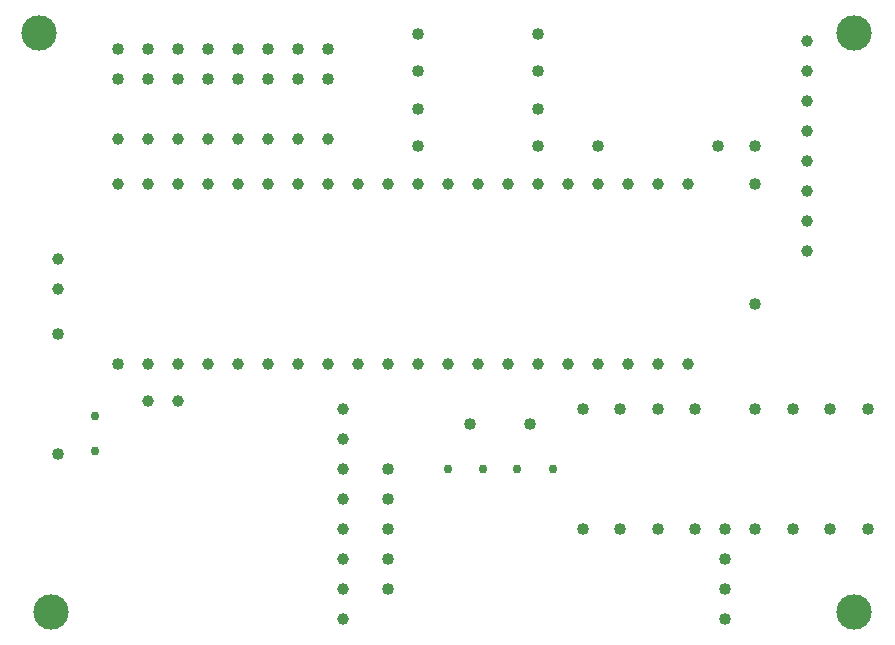
<source format=gbr>
G04 PROTEUS GERBER X2 FILE*
%TF.GenerationSoftware,Labcenter,Proteus,8.15-SP1-Build34318*%
%TF.CreationDate,2023-05-02T07:01:26+00:00*%
%TF.FileFunction,Plated,0,2,PTH*%
%TF.FilePolarity,Positive*%
%TF.Part,Single*%
%TF.SameCoordinates,{219bb86b-492c-4ab0-8d1f-870129ed5977}*%
%FSLAX45Y45*%
%MOMM*%
G01*
%TA.AperFunction,ComponentDrill*%
%ADD20C,1.000000*%
%ADD21C,0.762000*%
%ADD22C,1.016000*%
%TA.AperFunction,OtherDrill,Unknown*%
%ADD23C,1.016000*%
%ADD24C,3.000000*%
%TD.AperFunction*%
D20*
X-2159000Y-1052500D03*
X-1905000Y-1052500D03*
D21*
X+381000Y-1624000D03*
X+681000Y-1624000D03*
X+1270000Y-1624000D03*
X+970000Y-1624000D03*
X-2603500Y-1479500D03*
X-2603500Y-1179500D03*
D20*
X-2921000Y-100000D03*
X-2921000Y+154000D03*
D22*
X-2921000Y-1497000D03*
X-2921000Y-481000D03*
D20*
X-635000Y+1170000D03*
X-889000Y+1170000D03*
X-1143000Y+1170000D03*
X-1397000Y+1170000D03*
X-1651000Y+1170000D03*
X-1905000Y+1170000D03*
X-2159000Y+1170000D03*
X-2413000Y+1170000D03*
D22*
X-2413000Y-735000D03*
D20*
X-2159000Y-735000D03*
X-1905000Y-735000D03*
X-1651000Y-735000D03*
X-1397000Y-735000D03*
X-1143000Y-735000D03*
X-889000Y-735000D03*
X-635000Y-735000D03*
X-381000Y-735000D03*
X-127000Y-735000D03*
X+127000Y-735000D03*
X+381000Y-735000D03*
X+635000Y-735000D03*
X+889000Y-735000D03*
X+1143000Y-735000D03*
X+1397000Y-735000D03*
X+1651000Y-735000D03*
X+1905000Y-735000D03*
X+2159000Y-735000D03*
X+2413000Y-735000D03*
X+2413000Y+789000D03*
X+2159000Y+789000D03*
X+1905000Y+789000D03*
X+1651000Y+789000D03*
X+1397000Y+789000D03*
X+1143000Y+789000D03*
X+889000Y+789000D03*
X+635000Y+789000D03*
X+381000Y+789000D03*
X+127000Y+789000D03*
X-127000Y+789000D03*
X-381000Y+789000D03*
X-635000Y+789000D03*
X-889000Y+789000D03*
X-1143000Y+789000D03*
X-1397000Y+789000D03*
X-1651000Y+789000D03*
X-1905000Y+789000D03*
X-2159000Y+789000D03*
X-2413000Y+789000D03*
D22*
X+571500Y-1243000D03*
X+1079500Y-1243000D03*
D23*
X-635000Y+1678000D03*
X-635000Y+1932000D03*
X-889000Y+1678000D03*
X-889000Y+1932000D03*
X-1143000Y+1678000D03*
X-1143000Y+1932000D03*
X-1397000Y+1678000D03*
X-1397000Y+1932000D03*
X-1651000Y+1678000D03*
X-1651000Y+1932000D03*
X-1905000Y+1678000D03*
X-1905000Y+1932000D03*
X-2159000Y+1678000D03*
X-2159000Y+1932000D03*
X-2413000Y+1678000D03*
X-2413000Y+1932000D03*
D22*
X+1524000Y-1116000D03*
X+1524000Y-2132000D03*
X+3937000Y-2132000D03*
X+3937000Y-1116000D03*
X+2159000Y-1116000D03*
X+2159000Y-2132000D03*
X+3302000Y-2132000D03*
X+3302000Y-1116000D03*
X+1841500Y-1116000D03*
X+1841500Y-2132000D03*
X+3619500Y-2132000D03*
X+3619500Y-1116000D03*
X+1651000Y+1106500D03*
X+2667000Y+1106500D03*
X+2984500Y+789000D03*
X+2984500Y-227000D03*
X+2476500Y-1116000D03*
X+2476500Y-2132000D03*
X+2984500Y-2132000D03*
X+2984500Y-1116000D03*
D20*
X-508000Y-1116000D03*
X-508000Y-1370000D03*
X-508000Y-1624000D03*
X-508000Y-1878000D03*
X-508000Y-2132000D03*
X-508000Y-2386000D03*
X-508000Y-2640000D03*
X-508000Y-2894000D03*
D23*
X+2730500Y-2132000D03*
X+2730500Y-2386000D03*
X+2730500Y-2640000D03*
X+2730500Y-2894000D03*
X-127000Y-2640000D03*
X-127000Y-2132000D03*
X-127000Y-1878000D03*
X-127000Y-1624000D03*
X-127000Y-2386000D03*
X+2984500Y+1106500D03*
D20*
X+3419500Y+217500D03*
X+3419500Y+471500D03*
X+3419500Y+725500D03*
X+3419500Y+979500D03*
X+3419500Y+1233500D03*
X+3419500Y+1487500D03*
X+3419500Y+1741500D03*
X+3419500Y+1995500D03*
D22*
X+1143000Y+2059000D03*
X+127000Y+2059000D03*
X+1143000Y+1741500D03*
X+127000Y+1741500D03*
X+1143000Y+1424000D03*
X+127000Y+1424000D03*
X+1143000Y+1106500D03*
X+127000Y+1106500D03*
D24*
X-3080000Y+2062000D03*
X+3820000Y-2838000D03*
X-2980000Y-2838000D03*
X+3820000Y+2062000D03*
M02*

</source>
